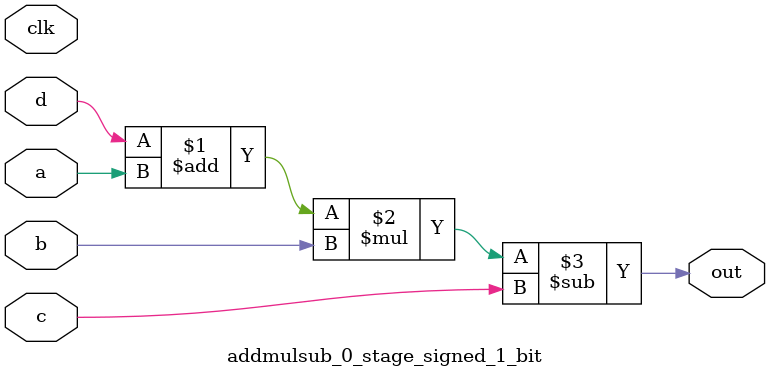
<source format=sv>
(* use_dsp = "yes" *) module addmulsub_0_stage_signed_1_bit(
	input signed [0:0] a,
	input signed [0:0] b,
	input signed [0:0] c,
	input signed [0:0] d,
	output [0:0] out,
	input clk);

	assign out = ((d + a) * b) - c;
endmodule

</source>
